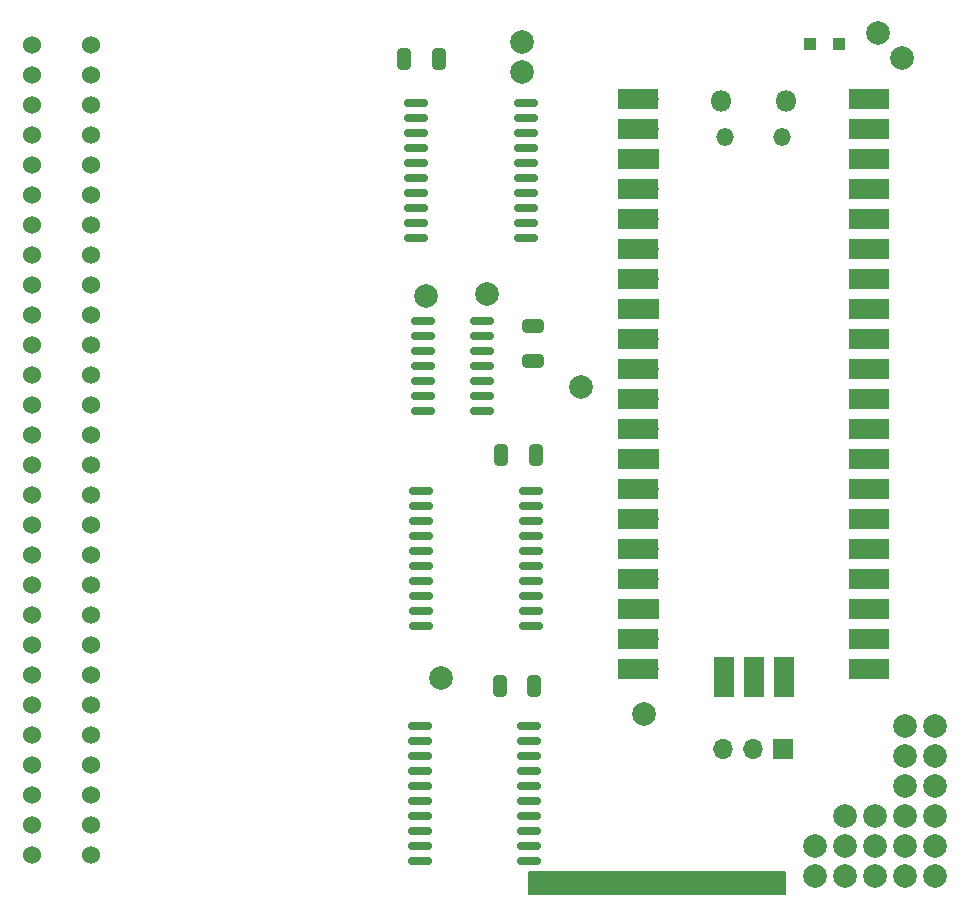
<source format=gts>
G04 #@! TF.GenerationSoftware,KiCad,Pcbnew,6.0.10-86aedd382b~118~ubuntu20.04.1*
G04 #@! TF.CreationDate,2023-01-03T17:42:14+00:00*
G04 #@! TF.ProjectId,srom,73726f6d-2e6b-4696-9361-645f70636258,rev?*
G04 #@! TF.SameCoordinates,Original*
G04 #@! TF.FileFunction,Soldermask,Top*
G04 #@! TF.FilePolarity,Negative*
%FSLAX46Y46*%
G04 Gerber Fmt 4.6, Leading zero omitted, Abs format (unit mm)*
G04 Created by KiCad (PCBNEW 6.0.10-86aedd382b~118~ubuntu20.04.1) date 2023-01-03 17:42:14*
%MOMM*%
%LPD*%
G01*
G04 APERTURE LIST*
G04 Aperture macros list*
%AMRoundRect*
0 Rectangle with rounded corners*
0 $1 Rounding radius*
0 $2 $3 $4 $5 $6 $7 $8 $9 X,Y pos of 4 corners*
0 Add a 4 corners polygon primitive as box body*
4,1,4,$2,$3,$4,$5,$6,$7,$8,$9,$2,$3,0*
0 Add four circle primitives for the rounded corners*
1,1,$1+$1,$2,$3*
1,1,$1+$1,$4,$5*
1,1,$1+$1,$6,$7*
1,1,$1+$1,$8,$9*
0 Add four rect primitives between the rounded corners*
20,1,$1+$1,$2,$3,$4,$5,0*
20,1,$1+$1,$4,$5,$6,$7,0*
20,1,$1+$1,$6,$7,$8,$9,0*
20,1,$1+$1,$8,$9,$2,$3,0*%
G04 Aperture macros list end*
%ADD10C,0.150000*%
%ADD11C,2.000000*%
%ADD12RoundRect,0.250000X-0.325000X-0.650000X0.325000X-0.650000X0.325000X0.650000X-0.325000X0.650000X0*%
%ADD13RoundRect,0.150000X-0.875000X-0.150000X0.875000X-0.150000X0.875000X0.150000X-0.875000X0.150000X0*%
%ADD14RoundRect,0.250000X-0.650000X0.325000X-0.650000X-0.325000X0.650000X-0.325000X0.650000X0.325000X0*%
%ADD15RoundRect,0.250000X0.325000X0.650000X-0.325000X0.650000X-0.325000X-0.650000X0.325000X-0.650000X0*%
%ADD16RoundRect,0.150000X-0.825000X-0.150000X0.825000X-0.150000X0.825000X0.150000X-0.825000X0.150000X0*%
%ADD17R,1.700000X1.700000*%
%ADD18O,1.700000X1.700000*%
%ADD19R,1.000000X1.000000*%
%ADD20C,1.524000*%
%ADD21O,1.800000X1.800000*%
%ADD22O,1.500000X1.500000*%
%ADD23R,3.500000X1.700000*%
%ADD24R,1.700000X3.500000*%
G04 APERTURE END LIST*
D10*
X91930000Y-125490000D02*
X70210000Y-125490000D01*
X70210000Y-125490000D02*
X70210000Y-123570000D01*
X70210000Y-123570000D02*
X91930000Y-123570000D01*
X91930000Y-123570000D02*
X91930000Y-125490000D01*
G36*
X91930000Y-125490000D02*
G01*
X70210000Y-125490000D01*
X70210000Y-123570000D01*
X91930000Y-123570000D01*
X91930000Y-125490000D01*
G37*
D11*
X62770000Y-107210000D03*
X101770000Y-54650000D03*
X99730000Y-52600000D03*
X102070000Y-113770000D03*
X104610000Y-111230000D03*
X102070000Y-111230000D03*
X102070000Y-116310000D03*
X104610000Y-116310000D03*
X104610000Y-113770000D03*
X104590000Y-123950000D03*
X102050000Y-123950000D03*
X99510000Y-123950000D03*
X96970000Y-123950000D03*
X94430000Y-123950000D03*
X104590000Y-121410000D03*
X102050000Y-121410000D03*
X99510000Y-121410000D03*
X96970000Y-121410000D03*
X94430000Y-121410000D03*
X104590000Y-118870000D03*
X102050000Y-118870000D03*
X99510000Y-118870000D03*
X96970000Y-118870000D03*
X61490000Y-74840000D03*
D12*
X67825000Y-88340000D03*
X70775000Y-88340000D03*
D13*
X60950000Y-111235000D03*
X60950000Y-112505000D03*
X60950000Y-113775000D03*
X60950000Y-115045000D03*
X60950000Y-116315000D03*
X60950000Y-117585000D03*
X60950000Y-118855000D03*
X60950000Y-120125000D03*
X60950000Y-121395000D03*
X60950000Y-122665000D03*
X70250000Y-122665000D03*
X70250000Y-121395000D03*
X70250000Y-120125000D03*
X70250000Y-118855000D03*
X70250000Y-117585000D03*
X70250000Y-116315000D03*
X70250000Y-115045000D03*
X70250000Y-113775000D03*
X70250000Y-112505000D03*
X70250000Y-111235000D03*
X61100000Y-91385000D03*
X61100000Y-92655000D03*
X61100000Y-93925000D03*
X61100000Y-95195000D03*
X61100000Y-96465000D03*
X61100000Y-97735000D03*
X61100000Y-99005000D03*
X61100000Y-100275000D03*
X61100000Y-101545000D03*
X61100000Y-102815000D03*
X70400000Y-102815000D03*
X70400000Y-101545000D03*
X70400000Y-100275000D03*
X70400000Y-99005000D03*
X70400000Y-97735000D03*
X70400000Y-96465000D03*
X70400000Y-95195000D03*
X70400000Y-93925000D03*
X70400000Y-92655000D03*
X70400000Y-91385000D03*
D14*
X70520000Y-77385000D03*
X70520000Y-80335000D03*
D15*
X70685000Y-107880000D03*
X67735000Y-107880000D03*
D11*
X66640000Y-74660000D03*
D16*
X61265000Y-76990000D03*
X61265000Y-78260000D03*
X61265000Y-79530000D03*
X61265000Y-80800000D03*
X61265000Y-82070000D03*
X61265000Y-83340000D03*
X61265000Y-84610000D03*
X66215000Y-84610000D03*
X66215000Y-83340000D03*
X66215000Y-82070000D03*
X66215000Y-80800000D03*
X66215000Y-79530000D03*
X66215000Y-78260000D03*
X66215000Y-76990000D03*
D13*
X60690000Y-58525000D03*
X60690000Y-59795000D03*
X60690000Y-61065000D03*
X60690000Y-62335000D03*
X60690000Y-63605000D03*
X60690000Y-64875000D03*
X60690000Y-66145000D03*
X60690000Y-67415000D03*
X60690000Y-68685000D03*
X60690000Y-69955000D03*
X69990000Y-69955000D03*
X69990000Y-68685000D03*
X69990000Y-67415000D03*
X69990000Y-66145000D03*
X69990000Y-64875000D03*
X69990000Y-63605000D03*
X69990000Y-62335000D03*
X69990000Y-61065000D03*
X69990000Y-59795000D03*
X69990000Y-58525000D03*
D11*
X69640000Y-55910000D03*
D15*
X62595000Y-54810000D03*
X59645000Y-54810000D03*
D17*
X91730000Y-113165000D03*
D18*
X89190000Y-113165000D03*
X86650000Y-113165000D03*
D11*
X74630000Y-82520000D03*
D19*
X96480000Y-53540000D03*
X93980000Y-53540000D03*
D20*
X28150000Y-63740000D03*
X33150000Y-63740000D03*
X33150000Y-53580000D03*
X33150000Y-56120000D03*
X33150000Y-58660000D03*
X33150000Y-61200000D03*
X33150000Y-66280000D03*
X33150000Y-68820000D03*
X33150000Y-71360000D03*
X33150000Y-73900000D03*
X33150000Y-76440000D03*
X33150000Y-78980000D03*
X33150000Y-81520000D03*
X33150000Y-84060000D03*
X33150000Y-86600000D03*
X33150000Y-89140000D03*
X33150000Y-91680000D03*
X33150000Y-94220000D03*
X33150000Y-96760000D03*
X33150000Y-99300000D03*
X33150000Y-101840000D03*
X33150000Y-104380000D03*
X33150000Y-106920000D03*
X33150000Y-109460000D03*
X33150000Y-112000000D03*
X33150000Y-114540000D03*
X33150000Y-117080000D03*
X33150000Y-119620000D03*
X33150000Y-122160000D03*
X28150000Y-53580000D03*
X28150000Y-56120000D03*
X28150000Y-58660000D03*
X28150000Y-61200000D03*
X28150000Y-66280000D03*
X28150000Y-68820000D03*
X28150000Y-71360000D03*
X28150000Y-73900000D03*
X28150000Y-76440000D03*
X28150000Y-78980000D03*
X28150000Y-81520000D03*
X28150000Y-84060000D03*
X28150000Y-86600000D03*
X28150000Y-89140000D03*
X28150000Y-91680000D03*
X28150000Y-94220000D03*
X28150000Y-96760000D03*
X28150000Y-99300000D03*
X28150000Y-101840000D03*
X28150000Y-104380000D03*
X28150000Y-106920000D03*
X28150000Y-109460000D03*
X28150000Y-112000000D03*
X28150000Y-114540000D03*
X28150000Y-117080000D03*
X28150000Y-119620000D03*
X28150000Y-122160000D03*
D11*
X79920000Y-110260000D03*
D21*
X91965000Y-58320000D03*
X86515000Y-58320000D03*
D22*
X91665000Y-61350000D03*
X86815000Y-61350000D03*
D18*
X80350000Y-58190000D03*
D23*
X79450000Y-58190000D03*
D18*
X80350000Y-60730000D03*
D23*
X79450000Y-60730000D03*
D17*
X80350000Y-63270000D03*
D23*
X79450000Y-63270000D03*
D18*
X80350000Y-65810000D03*
D23*
X79450000Y-65810000D03*
X79450000Y-68350000D03*
D18*
X80350000Y-68350000D03*
X80350000Y-70890000D03*
D23*
X79450000Y-70890000D03*
X79450000Y-73430000D03*
D18*
X80350000Y-73430000D03*
D17*
X80350000Y-75970000D03*
D23*
X79450000Y-75970000D03*
X79450000Y-78510000D03*
D18*
X80350000Y-78510000D03*
D23*
X79450000Y-81050000D03*
D18*
X80350000Y-81050000D03*
D23*
X79450000Y-83590000D03*
D18*
X80350000Y-83590000D03*
D23*
X79450000Y-86130000D03*
D18*
X80350000Y-86130000D03*
D23*
X79450000Y-88670000D03*
D17*
X80350000Y-88670000D03*
D23*
X79450000Y-91210000D03*
D18*
X80350000Y-91210000D03*
D23*
X79450000Y-93750000D03*
D18*
X80350000Y-93750000D03*
D23*
X79450000Y-96290000D03*
D18*
X80350000Y-96290000D03*
X80350000Y-98830000D03*
D23*
X79450000Y-98830000D03*
X79450000Y-101370000D03*
D17*
X80350000Y-101370000D03*
D18*
X80350000Y-103910000D03*
D23*
X79450000Y-103910000D03*
D18*
X80350000Y-106450000D03*
D23*
X79450000Y-106450000D03*
X99030000Y-106450000D03*
D18*
X98130000Y-106450000D03*
X98130000Y-103910000D03*
D23*
X99030000Y-103910000D03*
D17*
X98130000Y-101370000D03*
D23*
X99030000Y-101370000D03*
X99030000Y-98830000D03*
D18*
X98130000Y-98830000D03*
X98130000Y-96290000D03*
D23*
X99030000Y-96290000D03*
D18*
X98130000Y-93750000D03*
D23*
X99030000Y-93750000D03*
X99030000Y-91210000D03*
D18*
X98130000Y-91210000D03*
D23*
X99030000Y-88670000D03*
D17*
X98130000Y-88670000D03*
D23*
X99030000Y-86130000D03*
D18*
X98130000Y-86130000D03*
X98130000Y-83590000D03*
D23*
X99030000Y-83590000D03*
D18*
X98130000Y-81050000D03*
D23*
X99030000Y-81050000D03*
X99030000Y-78510000D03*
D18*
X98130000Y-78510000D03*
D17*
X98130000Y-75970000D03*
D23*
X99030000Y-75970000D03*
X99030000Y-73430000D03*
D18*
X98130000Y-73430000D03*
D23*
X99030000Y-70890000D03*
D18*
X98130000Y-70890000D03*
D23*
X99030000Y-68350000D03*
D18*
X98130000Y-68350000D03*
D23*
X99030000Y-65810000D03*
D18*
X98130000Y-65810000D03*
D23*
X99030000Y-63270000D03*
D17*
X98130000Y-63270000D03*
D18*
X98130000Y-60730000D03*
D23*
X99030000Y-60730000D03*
D18*
X98130000Y-58190000D03*
D23*
X99030000Y-58190000D03*
D24*
X86700000Y-107120000D03*
D18*
X86700000Y-106220000D03*
D17*
X89240000Y-106220000D03*
D24*
X89240000Y-107120000D03*
X91780000Y-107120000D03*
D18*
X91780000Y-106220000D03*
D11*
X69610000Y-53350000D03*
M02*

</source>
